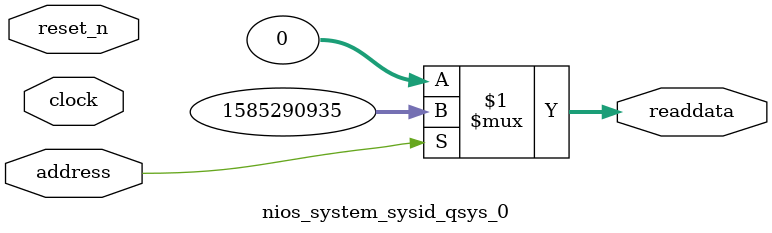
<source format=v>



// synthesis translate_off
`timescale 1ns / 1ps
// synthesis translate_on

// turn off superfluous verilog processor warnings 
// altera message_level Level1 
// altera message_off 10034 10035 10036 10037 10230 10240 10030 

module nios_system_sysid_qsys_0 (
               // inputs:
                address,
                clock,
                reset_n,

               // outputs:
                readdata
             )
;

  output  [ 31: 0] readdata;
  input            address;
  input            clock;
  input            reset_n;

  wire    [ 31: 0] readdata;
  //control_slave, which is an e_avalon_slave
  assign readdata = address ? 1585290935 : 0;

endmodule



</source>
